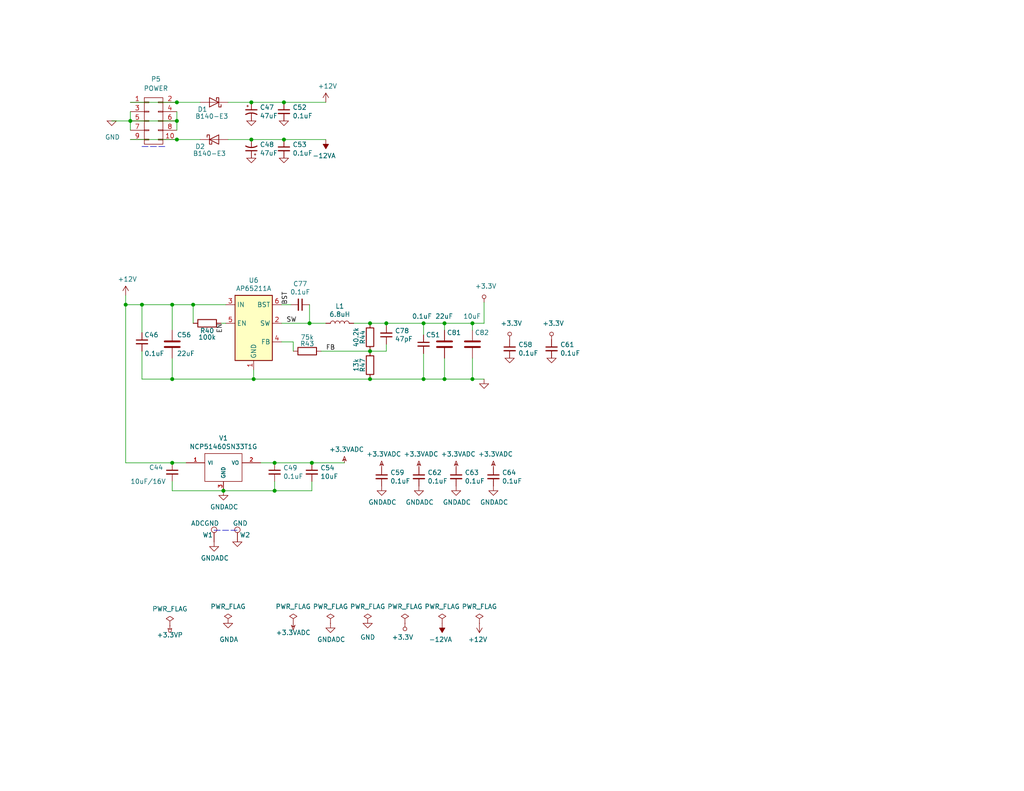
<source format=kicad_sch>
(kicad_sch (version 20210621) (generator eeschema)
  (paper "A")
  (lib_symbols
    (symbol "4ms-ic:ADR_VREF" (pin_names (offset 0.762))
      (property "Reference" "U" (at 3.81 -4.9784 0))
      (property "Value" "4ms-ic_ADR_VREF" (at 0 5.08 0))
      (symbol "ADR_VREF_0_1"
        (rectangle (start -5.08 -3.81) (end 5.08 3.81))
      )
      (symbol "ADR_VREF_1_1"
        (pin input line (at -10.16 1.27 0) (length 5.08) (name "VI") (number "1"))
        (pin power_out line (at 10.16 1.27 180) (length 5.08) (name "VO") (number "2"))
        (pin input line (at 0 -6.35 90) (length 2.54) (name "GND") (number "3"))
      )
    )
    (symbol "4ms-ic:AP65211A"
      (property "Reference" "U" (at -3.81 10.16 0))
      (property "Value" "4ms-ic_AP65211A" (at 2.54 10.16 0))
      (symbol "AP65211A_0_1"
        (rectangle (start -5.08 8.89) (end 5.08 -8.89) (stroke (width 0.254)) (fill (type background)))
      )
      (symbol "AP65211A_1_1"
        (pin power_in line (at 0 -11.43 90) (length 2.54) (name "GND") (number "1"))
        (pin power_out line (at 7.62 1.27 180) (length 2.54) (name "SW") (number "2"))
        (pin power_in line (at -7.62 6.35 0) (length 2.54) (name "IN") (number "3"))
        (pin input line (at 7.62 -3.81 180) (length 2.54) (name "FB") (number "4"))
        (pin input line (at -7.62 1.27 0) (length 2.54) (name "EN") (number "5"))
        (pin output line (at 7.62 6.35 180) (length 2.54) (name "BST") (number "6"))
      )
    )
    (symbol "4ms-passives:C" (pin_numbers hide) (pin_names (offset 0.254))
      (property "Reference" "C" (at 0.635 2.54 0))
      (property "Value" "4ms-passives_C" (at 0.635 -2.54 0))
      (symbol "C_0_1"
        (polyline (pts (xy -2.032 -0.762) (xy 2.032 -0.762)) (stroke (width 0.508)))
        (polyline (pts (xy -2.032 0.762) (xy 2.032 0.762)) (stroke (width 0.508)))
      )
      (symbol "C_1_1"
        (pin passive line (at 0 3.81 270) (length 2.794) (name "~") (number "1"))
        (pin passive line (at 0 -3.81 90) (length 2.794) (name "~") (number "2"))
      )
    )
    (symbol "4ms-passives:C_Small" (pin_numbers hide) (pin_names (offset 0.254) hide)
      (property "Reference" "C" (at 0.254 1.778 0))
      (property "Value" "4ms-passives_C_Small" (at 0.254 -2.032 0))
      (symbol "C_Small_0_1"
        (polyline (pts (xy -1.524 -0.508) (xy 1.524 -0.508)) (stroke (width 0.3302)))
        (polyline (pts (xy -1.524 0.508) (xy 1.524 0.508)) (stroke (width 0.3048)))
      )
      (symbol "C_Small_1_1"
        (pin passive line (at 0 2.54 270) (length 2.032) (name "~") (number "1"))
        (pin passive line (at 0 -2.54 90) (length 2.032) (name "~") (number "2"))
      )
    )
    (symbol "4ms-passives:L" (pin_numbers hide) (pin_names (offset 1.016) hide)
      (property "Reference" "L" (at -1.27 0 90))
      (property "Value" "4ms-passives_L" (at 1.905 0 90))
      (symbol "L_0_1"
        (arc (start 0 -2.54) (mid 0.635 -1.905) (end 0 -1.27))
        (arc (start 0 -1.27) (mid 0.635 -0.635) (end 0 0))
        (arc (start 0 0) (mid 0.635 0.635) (end 0 1.27))
        (arc (start 0 1.27) (mid 0.635 1.905) (end 0 2.54))
      )
      (symbol "L_1_1"
        (pin passive line (at 0 3.81 270) (length 1.27) (name "1") (number "1"))
        (pin passive line (at 0 -3.81 90) (length 1.27) (name "2") (number "2"))
      )
    )
    (symbol "4ms-passives:R" (pin_numbers hide) (pin_names (offset 0))
      (property "Reference" "R" (at 2.032 0 90))
      (property "Value" "4ms-passives_R" (at 0 0 90))
      (symbol "R_0_1"
        (rectangle (start -1.016 -2.54) (end 1.016 2.54) (stroke (width 0.254)))
      )
      (symbol "R_1_1"
        (pin passive line (at 0 3.81 270) (length 1.27) (name "~") (number "1"))
        (pin passive line (at 0 -3.81 90) (length 1.27) (name "~") (number "2"))
      )
    )
    (symbol "TrigSampler-rescue:+12V" (power) (pin_names (offset 0))
      (property "Value" "+12V" (at 0 3.556 0))
      (symbol "+12V_0_1"
        (polyline (pts (xy -0.762 1.27) (xy 0 2.54)))
        (polyline (pts (xy 0 0) (xy 0 2.54)))
        (polyline (pts (xy 0 2.54) (xy 0.762 1.27)))
      )
      (symbol "+12V_1_1"
        (pin power_in line (at 0 0 90) (length 0) hide (name "+12V") (number "1"))
      )
    )
    (symbol "TrigSampler-rescue:+3.3V-RESCUE-TrigSampler" (power) (pin_names (offset 0))
      (property "Value" "+3.3V-RESCUE-TrigSampler" (at 0 2.794 0))
      (symbol "+3.3V-RESCUE-TrigSampler_0_0"
        (pin power_in line (at 0 0 90) (length 0) hide (name "+3.3V") (number "1"))
      )
      (symbol "+3.3V-RESCUE-TrigSampler_0_1"
        (polyline (pts (xy 0 0) (xy 0 1.016) (xy 0 1.016)))
        (circle (center 0 1.524) (radius 0.508))
      )
    )
    (symbol "TrigSampler-rescue:+3.3VADC" (power) (pin_names (offset 0))
      (property "Value" "+3.3VADC" (at 0 2.54 0))
      (symbol "+3.3VADC_0_0"
        (pin power_in line (at 0 0 90) (length 0) hide (name "+3.3VADC") (number "1"))
      )
      (symbol "+3.3VADC_0_1"
        (polyline (pts (xy 0 0) (xy 0 1.016) (xy 0 1.016)))
        (polyline (pts (xy 0 1.016) (xy 0.508 0.508) (xy 0 1.778) (xy -0.508 0.508) (xy 0 1.016) (xy 0 1.016)))
      )
    )
    (symbol "TrigSampler-rescue:+3.3VP" (power) (pin_names (offset 0))
      (property "Value" "+3.3VP" (at 0 2.54 0))
      (symbol "+3.3VP_0_0"
        (pin power_in line (at 0 0 90) (length 0) hide (name "+3.3VP") (number "1"))
      )
      (symbol "+3.3VP_0_1"
        (polyline (pts (xy 0 0) (xy 0 1.016) (xy 0 1.016)))
        (polyline (pts (xy 0.508 0.762) (xy 0 1.016) (xy -0.508 0.762) (xy -0.254 1.778) (xy 0.254 1.778) (xy 0.508 0.762) (xy 0.508 0.762)))
      )
    )
    (symbol "TrigSampler-rescue:-12VA" (power) (pin_names (offset 0))
      (property "Value" "-12VA" (at 0 3.556 0))
      (symbol "-12VA_0_0"
        (pin power_in line (at 0 0 90) (length 0) hide (name "-12VA") (number "1"))
      )
      (symbol "-12VA_0_1"
        (polyline (pts (xy 0 0) (xy 0 1.27) (xy 0.762 1.27) (xy 0 2.54) (xy -0.762 1.27) (xy 0 1.27)) (fill (type outline)))
      )
    )
    (symbol "TrigSampler-rescue:CP1_Small" (pin_numbers hide) (pin_names (offset 0.254) hide)
      (property "Reference" "C" (at 0.254 1.778 0))
      (property "Value" "CP1_Small" (at 0.254 -2.032 0))
      (symbol "CP1_Small_0_1"
        (polyline (pts (xy -1.524 0.508) (xy 1.524 0.508)) (stroke (width 0.3048)))
        (polyline (pts (xy -1.27 1.524) (xy -0.762 1.524)))
        (polyline (pts (xy -1.016 1.27) (xy -1.016 1.778)))
        (arc (start 1.524 -0.762) (mid 0 -0.3734) (end -1.524 -0.762) (stroke (width 0.3048)))
      )
      (symbol "CP1_Small_1_1"
        (pin passive line (at 0 2.54 270) (length 2.032) (name "~") (number "1"))
        (pin passive line (at 0 -2.54 90) (length 2.032) (name "~") (number "2"))
      )
    )
    (symbol "TrigSampler-rescue:C_Small" (pin_numbers hide) (pin_names (offset 0.254) hide)
      (property "Reference" "C" (at 0.254 1.778 0))
      (property "Value" "C_Small" (at 0.254 -2.032 0))
      (symbol "C_Small_0_1"
        (polyline (pts (xy -1.524 -0.508) (xy 1.524 -0.508)) (stroke (width 0.3302)))
        (polyline (pts (xy -1.524 0.508) (xy 1.524 0.508)) (stroke (width 0.3048)))
      )
      (symbol "C_Small_1_1"
        (pin passive line (at 0 2.54 270) (length 2.032) (name "~") (number "1"))
        (pin passive line (at 0 -2.54 90) (length 2.032) (name "~") (number "2"))
      )
    )
    (symbol "TrigSampler-rescue:Conn_02X05" (pin_names (offset 0.0254) hide)
      (property "Reference" "J" (at 0 7.62 0))
      (property "Value" "Conn_02X05" (at 0 -7.62 0))
      (symbol "Conn_02X05_0_1"
        (rectangle (start -2.54 -4.953) (end -1.27 -5.207))
        (rectangle (start -2.54 -2.413) (end -1.27 -2.667))
        (rectangle (start -2.54 0.127) (end -1.27 -0.127))
        (rectangle (start -2.54 2.667) (end -1.27 2.413))
        (rectangle (start -2.54 5.207) (end -1.27 4.953))
        (rectangle (start -2.54 6.35) (end 2.54 -6.35))
        (rectangle (start 1.27 -4.953) (end 2.54 -5.207))
        (rectangle (start 1.27 -2.413) (end 2.54 -2.667))
        (rectangle (start 1.27 0.127) (end 2.54 -0.127))
        (rectangle (start 1.27 2.667) (end 2.54 2.413))
        (rectangle (start 1.27 5.207) (end 2.54 4.953))
      )
      (symbol "Conn_02X05_1_1"
        (pin passive line (at -6.35 5.08 0) (length 3.81) (name "P1") (number "1"))
        (pin passive line (at 6.35 -5.08 180) (length 3.81) (name "P10") (number "10"))
        (pin passive line (at 6.35 5.08 180) (length 3.81) (name "P2") (number "2"))
        (pin passive line (at -6.35 2.54 0) (length 3.81) (name "P3") (number "3"))
        (pin passive line (at 6.35 2.54 180) (length 3.81) (name "P4") (number "4"))
        (pin passive line (at -6.35 0 0) (length 3.81) (name "P5") (number "5"))
        (pin passive line (at 6.35 0 180) (length 3.81) (name "P6") (number "6"))
        (pin passive line (at -6.35 -2.54 0) (length 3.81) (name "P7") (number "7"))
        (pin passive line (at 6.35 -2.54 180) (length 3.81) (name "P8") (number "8"))
        (pin passive line (at -6.35 -5.08 0) (length 3.81) (name "P9") (number "9"))
      )
    )
    (symbol "TrigSampler-rescue:D_Schottky" (pin_numbers hide) (pin_names (offset 1.016) hide)
      (property "Reference" "D" (at 0 2.54 0))
      (property "Value" "D_Schottky" (at 0 -2.54 0))
      (symbol "D_Schottky_0_1"
        (polyline (pts (xy 1.27 0) (xy -1.27 0)))
        (polyline (pts (xy 1.27 1.27) (xy 1.27 -1.27) (xy -1.27 0) (xy 1.27 1.27)) (stroke (width 0.2032)))
        (polyline (pts (xy -1.905 0.635) (xy -1.905 1.27) (xy -1.27 1.27) (xy -1.27 -1.27) (xy -0.635 -1.27) (xy -0.635 -0.635)) (stroke (width 0.2032)))
      )
      (symbol "D_Schottky_1_1"
        (pin passive line (at -3.81 0 0) (length 2.54) (name "K") (number "1"))
        (pin passive line (at 3.81 0 180) (length 2.54) (name "A") (number "2"))
      )
    )
    (symbol "TrigSampler-rescue:GND-RESCUE-TrigSampler" (power) (pin_names (offset 0))
      (symbol "GND-RESCUE-TrigSampler_0_1"
        (polyline (pts (xy -1.27 0) (xy 0 -1.27) (xy 1.27 0) (xy -1.27 0)))
      )
      (symbol "GND-RESCUE-TrigSampler_1_1"
        (pin power_in line (at 0 0 90) (length 0) hide (name "GND") (number "1"))
      )
    )
    (symbol "TrigSampler-rescue:GNDA-RESCUE-TrigSampler" (power) (pin_names (offset 0))
      (property "Value" "GNDA-RESCUE-TrigSampler" (at 0 -1.778 0))
      (symbol "GNDA-RESCUE-TrigSampler_0_1"
        (polyline (pts (xy -1.27 0) (xy 0 -1.27) (xy 1.27 0) (xy -1.27 0)))
      )
      (symbol "GNDA-RESCUE-TrigSampler_1_1"
        (pin power_in line (at 0 0 90) (length 0) hide (name "GNDA") (number "1"))
      )
    )
    (symbol "TrigSampler-rescue:GNDADC" (power) (pin_names (offset 0))
      (property "Value" "GNDADC" (at 0 -3.81 0))
      (symbol "GNDADC_0_1"
        (polyline (pts (xy 0 0) (xy 0 -1.27) (xy 1.27 -1.27) (xy 0 -2.54) (xy -1.27 -1.27) (xy 0 -1.27)))
      )
      (symbol "GNDADC_1_1"
        (pin power_in line (at 0 0 270) (length 0) hide (name "GNDADC") (number "1"))
      )
    )
    (symbol "TrigSampler-rescue:PWR_FLAG" (power) (pin_numbers hide) (pin_names (offset 0) hide)
      (property "Value" "PWR_FLAG" (at 0 3.81 0))
      (symbol "PWR_FLAG_0_0"
        (pin power_out line (at 0 0 90) (length 0) (name "pwr") (number "1"))
      )
      (symbol "PWR_FLAG_0_1"
        (polyline (pts (xy 0 0) (xy 0 1.27) (xy -1.016 1.905) (xy 0 2.54) (xy 1.016 1.905) (xy 0 1.27)))
      )
    )
    (symbol "TrigSampler-rescue:TEST_1P" (pin_numbers hide) (pin_names (offset 0.762) hide)
      (property "Reference" "J" (at 0 6.858 0))
      (property "Value" "TEST_1P" (at 0 5.08 0))
      (symbol "TEST_1P_0_1"
        (circle (center 0 3.302) (radius 0.762))
      )
      (symbol "TEST_1P_1_1"
        (pin passive line (at 0 0 90) (length 2.54) (name "1") (number "1"))
      )
    )
    (symbol "power:GND" (power) (pin_names (offset 0))
      (property "Value" "GND" (at 0 -3.81 0))
      (symbol "GND_0_1"
        (polyline (pts (xy 0 0) (xy 0 -1.27) (xy 1.27 -1.27) (xy 0 -2.54) (xy -1.27 -1.27) (xy 0 -1.27)))
      )
      (symbol "GND_1_1"
        (pin power_in line (at 0 0 270) (length 0) hide (name "GND") (number "1"))
      )
    )
  )
  (junction (at 128.905 88.265))
  (junction (at 85.09 126.365))
  (junction (at 48.26 27.94))
  (junction (at 34.29 83.185))
  (junction (at 115.57 88.265))
  (junction (at 60.96 133.985))
  (junction (at 46.99 103.505))
  (junction (at 128.905 103.505))
  (junction (at 77.47 38.1))
  (junction (at 48.26 38.1))
  (junction (at 121.285 103.505))
  (junction (at 100.965 103.505))
  (junction (at 48.26 33.02))
  (junction (at 46.99 126.365))
  (junction (at 68.58 38.1))
  (junction (at 46.99 83.185))
  (junction (at 38.735 83.185))
  (junction (at 77.47 27.94))
  (junction (at 84.455 88.265))
  (junction (at 105.41 88.265))
  (junction (at 121.285 88.265))
  (junction (at 35.56 33.02))
  (junction (at 100.965 88.265))
  (junction (at 74.93 133.985))
  (junction (at 52.705 83.185))
  (junction (at 115.57 103.505))
  (junction (at 68.58 27.94))
  (junction (at 69.215 103.505))
  (junction (at 74.93 126.365))
  (junction (at 100.965 95.885))
  (wire (pts (xy 38.735 83.185) (xy 46.99 83.185)))
  (wire (pts (xy 128.905 97.79) (xy 128.905 103.505)))
  (wire (pts (xy 128.905 88.265) (xy 132.08 88.265)))
  (wire (pts (xy 68.58 27.94) (xy 77.47 27.94)))
  (wire (pts (xy 121.285 88.265) (xy 128.905 88.265)))
  (wire (pts (xy 61.595 88.265) (xy 60.325 88.265)))
  (wire (pts (xy 38.735 103.505) (xy 38.735 95.885)))
  (wire (pts (xy 35.56 27.94) (xy 48.26 27.94)))
  (wire (pts (xy 46.99 83.185) (xy 46.99 90.17)))
  (wire (pts (xy 34.29 83.185) (xy 34.29 126.365)))
  (wire (pts (xy 46.99 103.505) (xy 46.99 97.79)))
  (wire (pts (xy 115.57 91.44) (xy 115.57 88.265)))
  (wire (pts (xy 38.735 90.805) (xy 38.735 83.185)))
  (wire (pts (xy 35.56 33.02) (xy 48.26 33.02)))
  (wire (pts (xy 105.41 88.9) (xy 105.41 88.265)))
  (wire (pts (xy 34.29 126.365) (xy 46.99 126.365)))
  (wire (pts (xy 71.12 126.365) (xy 74.93 126.365)))
  (polyline (pts (xy 58.42 144.78) (xy 64.77 144.78)))
  (wire (pts (xy 128.905 88.265) (xy 128.905 90.17)))
  (wire (pts (xy 69.215 100.965) (xy 69.215 103.505)))
  (wire (pts (xy 60.96 133.985) (xy 74.93 133.985)))
  (wire (pts (xy 85.09 126.365) (xy 93.98 126.365)))
  (wire (pts (xy 128.905 103.505) (xy 132.08 103.505)))
  (wire (pts (xy 34.29 83.185) (xy 38.735 83.185)))
  (wire (pts (xy 62.23 38.1) (xy 68.58 38.1)))
  (wire (pts (xy 115.57 103.505) (xy 121.285 103.505)))
  (wire (pts (xy 46.99 83.185) (xy 52.705 83.185)))
  (wire (pts (xy 35.56 30.48) (xy 35.56 33.02)))
  (wire (pts (xy 105.41 88.265) (xy 115.57 88.265)))
  (wire (pts (xy 35.56 33.02) (xy 35.56 35.56)))
  (wire (pts (xy 46.99 126.365) (xy 50.8 126.365)))
  (wire (pts (xy 121.285 103.505) (xy 128.905 103.505)))
  (wire (pts (xy 35.56 38.1) (xy 48.26 38.1)))
  (wire (pts (xy 77.47 27.94) (xy 88.9 27.94)))
  (wire (pts (xy 30.48 33.02) (xy 35.56 33.02)))
  (wire (pts (xy 74.93 126.365) (xy 85.09 126.365)))
  (wire (pts (xy 52.705 88.265) (xy 52.705 83.185)))
  (wire (pts (xy 80.01 93.345) (xy 76.835 93.345)))
  (wire (pts (xy 62.23 27.94) (xy 68.58 27.94)))
  (wire (pts (xy 52.705 83.185) (xy 61.595 83.185)))
  (wire (pts (xy 80.01 95.885) (xy 80.01 93.345)))
  (wire (pts (xy 48.26 38.1) (xy 54.61 38.1)))
  (wire (pts (xy 100.965 88.265) (xy 105.41 88.265)))
  (wire (pts (xy 74.93 133.985) (xy 74.93 131.445)))
  (wire (pts (xy 84.455 88.265) (xy 84.455 83.185)))
  (wire (pts (xy 34.29 80.645) (xy 34.29 83.185)))
  (wire (pts (xy 96.52 88.265) (xy 100.965 88.265)))
  (wire (pts (xy 48.26 33.02) (xy 48.26 35.56)))
  (wire (pts (xy 115.57 96.52) (xy 115.57 103.505)))
  (wire (pts (xy 46.99 103.505) (xy 69.215 103.505)))
  (wire (pts (xy 100.965 95.885) (xy 105.41 95.885)))
  (wire (pts (xy 84.455 88.265) (xy 88.9 88.265)))
  (wire (pts (xy 46.99 103.505) (xy 38.735 103.505)))
  (wire (pts (xy 48.26 30.48) (xy 48.26 33.02)))
  (wire (pts (xy 132.08 82.55) (xy 132.08 88.265)))
  (wire (pts (xy 121.285 88.265) (xy 121.285 90.17)))
  (wire (pts (xy 69.215 103.505) (xy 100.965 103.505)))
  (wire (pts (xy 48.26 27.94) (xy 54.61 27.94)))
  (wire (pts (xy 105.41 93.98) (xy 105.41 95.885)))
  (wire (pts (xy 46.99 131.445) (xy 46.99 133.985)))
  (wire (pts (xy 87.63 95.885) (xy 100.965 95.885)))
  (wire (pts (xy 46.99 133.985) (xy 60.96 133.985)))
  (wire (pts (xy 76.835 88.265) (xy 84.455 88.265)))
  (polyline (pts (xy 38.735 40.005) (xy 45.085 40.005)))
  (wire (pts (xy 77.47 38.1) (xy 88.9 38.1)))
  (wire (pts (xy 74.93 133.985) (xy 85.09 133.985)))
  (wire (pts (xy 100.965 103.505) (xy 115.57 103.505)))
  (wire (pts (xy 76.835 83.185) (xy 79.375 83.185)))
  (wire (pts (xy 115.57 88.265) (xy 121.285 88.265)))
  (wire (pts (xy 68.58 38.1) (xy 77.47 38.1)))
  (wire (pts (xy 85.09 133.985) (xy 85.09 131.445)))
  (wire (pts (xy 121.285 97.79) (xy 121.285 103.505)))
  (label "FB" (at 88.9 95.885 0))
  (label "BST" (at 78.74 83.185 90))
  (label "EN" (at 60.96 88.265 270))
  (label "SW" (at 78.105 88.265 0))
  (symbol (lib_id "TrigSampler-rescue:D_Schottky") (at 58.42 38.1 0) (unit 1)
    (property "Reference" "D2" (at 54.61 40.005 0))
    (property "Value" "B140-E3" (at 57.15 41.91 0))
    (property "Footprint" "4ms-footprints:SMA_Standard" (effects hide))
  )
  (symbol (lib_id "TrigSampler-rescue:D_Schottky") (at 58.42 27.94 180) (unit 1)
    (property "Reference" "D1" (at 55.245 29.845 0))
    (property "Value" "B140-E3" (at 57.785 31.75 0))
    (property "Footprint" "4ms-footprints:SMA_Standard" (effects hide))
  )
  (symbol (lib_id "TrigSampler-rescue:GND-RESCUE-TrigSampler") (at 30.48 33.02 0) (unit 1)
    (property "Reference" "#PWR063" (effects hide))
    (property "Value" "GND" (at 30.6832 37.4396 0))
  )
  (symbol (lib_id "TrigSampler-rescue:CP1_Small") (at 68.58 30.48 0) (unit 1)
    (property "Reference" "C47" (at 70.8914 29.3116 0) (effects (justify left)))
    (property "Value" "47uF" (at 70.8914 31.6484 0) (effects (justify left)))
    (property "Footprint" "Capacitors_SMD:c_elec_5x5.3" (effects hide))
  )
  (symbol (lib_id "TrigSampler-rescue:CP1_Small") (at 68.58 40.64 180) (unit 1)
    (property "Reference" "C48" (at 70.8914 39.4716 0) (effects (justify right)))
    (property "Value" "47uF" (at 70.8914 41.8084 0) (effects (justify right)))
    (property "Footprint" "Capacitors_SMD:c_elec_5x5.3" (effects hide))
  )
  (symbol (lib_id "TrigSampler-rescue:GND-RESCUE-TrigSampler") (at 68.58 43.18 0) (unit 1)
    (property "Reference" "#PWR064" (effects hide))
    (property "Value" "GND" (effects hide))
  )
  (symbol (lib_id "TrigSampler-rescue:GND-RESCUE-TrigSampler") (at 68.58 33.02 0) (unit 1)
    (property "Reference" "#PWR065" (effects hide))
    (property "Value" "GND" (effects hide))
  )
  (symbol (lib_id "TrigSampler-rescue:+12V") (at 88.9 27.94 0) (unit 1)
    (property "Reference" "#PWR066" (effects hide))
    (property "Value" "+12V" (at 89.3572 23.5204 0))
  )
  (symbol (lib_id "TrigSampler-rescue:-12VA") (at 88.9 38.1 180) (unit 1)
    (property "Reference" "#PWR067" (effects hide))
    (property "Value" "-12VA" (at 88.4428 42.5196 0))
  )
  (symbol (lib_id "TrigSampler-rescue:C_Small") (at 77.47 30.48 0) (unit 1)
    (property "Reference" "C52" (at 79.8068 29.3116 0) (effects (justify left)))
    (property "Value" "0.1uF" (at 79.8068 31.6484 0) (effects (justify left)))
    (property "Footprint" "4ms-footprints:C0603" (effects hide))
  )
  (symbol (lib_id "TrigSampler-rescue:C_Small") (at 77.47 40.64 0) (unit 1)
    (property "Reference" "C53" (at 79.8068 39.4716 0) (effects (justify left)))
    (property "Value" "0.1uF" (at 79.8068 41.8084 0) (effects (justify left)))
    (property "Footprint" "4ms-footprints:C0603" (effects hide))
  )
  (symbol (lib_id "TrigSampler-rescue:GND-RESCUE-TrigSampler") (at 77.47 43.18 0) (unit 1)
    (property "Reference" "#PWR068" (effects hide))
    (property "Value" "GND" (effects hide))
  )
  (symbol (lib_id "TrigSampler-rescue:GND-RESCUE-TrigSampler") (at 77.47 33.02 0) (unit 1)
    (property "Reference" "#PWR069" (effects hide))
    (property "Value" "GND" (effects hide))
  )
  (symbol (lib_id "TrigSampler-rescue:C_Small") (at 38.735 93.345 0) (unit 1)
    (property "Reference" "C46" (at 39.37 91.44 0) (effects (justify left)))
    (property "Value" "0.1uF" (at 39.37 96.52 0) (effects (justify left)))
    (property "Footprint" "4ms-footprints:C0603" (effects hide))
  )
  (symbol (lib_id "TrigSampler-rescue:C_Small") (at 115.57 93.98 0) (unit 1)
    (property "Reference" "C51" (at 116.205 91.44 0) (effects (justify left)))
    (property "Value" "0.1uF" (at 112.395 86.36 0) (effects (justify left)))
    (property "Footprint" "4ms-footprints:C0603" (effects hide))
  )
  (symbol (lib_id "TrigSampler-rescue:+3.3V-RESCUE-TrigSampler") (at 132.08 82.55 0) (unit 1)
    (property "Reference" "#PWR073" (effects hide))
    (property "Value" "+3.3V" (at 132.5372 78.1304 0))
  )
  (symbol (lib_id "TrigSampler-rescue:C_Small") (at 46.99 128.905 0) (unit 1)
    (property "Reference" "C44" (at 40.64 127.635 0) (effects (justify left)))
    (property "Value" "10uF/16V" (at 35.56 131.445 0) (effects (justify left)))
    (property "Footprint" "4ms-footprints:C0805" (effects hide))
  )
  (symbol (lib_id "4ms-ic:ADR_VREF") (at 60.96 127.635 0) (unit 1)
    (property "Reference" "V1" (at 60.96 119.6086 0))
    (property "Value" "NCP51460SN33T1G" (at 60.96 121.9454 0))
    (property "Footprint" "4ms_Package_SOT:SOT23-3_PO132" (effects hide))
  )
  (symbol (lib_id "TrigSampler-rescue:C_Small") (at 74.93 128.905 0) (unit 1)
    (property "Reference" "C49" (at 77.2668 127.7366 0) (effects (justify left)))
    (property "Value" "0.1uF" (at 77.2668 130.0734 0) (effects (justify left)))
    (property "Footprint" "4ms-footprints:C0603" (effects hide))
  )
  (symbol (lib_id "TrigSampler-rescue:C_Small") (at 85.09 128.905 0) (unit 1)
    (property "Reference" "C54" (at 87.4014 127.7366 0) (effects (justify left)))
    (property "Value" "10uF" (at 87.4014 130.0734 0) (effects (justify left)))
    (property "Footprint" "4ms-footprints:C0603" (effects hide))
  )
  (symbol (lib_id "TrigSampler-rescue:+3.3VADC") (at 93.98 126.365 0) (unit 1)
    (property "Reference" "#PWR075" (effects hide))
    (property "Value" "+3.3VADC" (at 94.5642 122.7074 0))
  )
  (symbol (lib_id "TrigSampler-rescue:C_Small") (at 104.14 130.175 0) (unit 1)
    (property "Reference" "C59" (at 106.4768 129.0066 0) (effects (justify left)))
    (property "Value" "0.1uF" (at 106.4768 131.3434 0) (effects (justify left)))
    (property "Footprint" "4ms-footprints:C0603" (effects hide))
  )
  (symbol (lib_id "TrigSampler-rescue:C_Small") (at 114.3 130.175 0) (unit 1)
    (property "Reference" "C62" (at 116.6368 129.0066 0) (effects (justify left)))
    (property "Value" "0.1uF" (at 116.6368 131.3434 0) (effects (justify left)))
    (property "Footprint" "4ms-footprints:C0603" (effects hide))
  )
  (symbol (lib_id "TrigSampler-rescue:C_Small") (at 124.46 130.175 0) (unit 1)
    (property "Reference" "C63" (at 126.7968 129.0066 0) (effects (justify left)))
    (property "Value" "0.1uF" (at 126.7968 131.3434 0) (effects (justify left)))
    (property "Footprint" "4ms-footprints:C0603" (effects hide))
  )
  (symbol (lib_id "TrigSampler-rescue:C_Small") (at 134.62 130.175 0) (unit 1)
    (property "Reference" "C64" (at 136.9568 129.0066 0) (effects (justify left)))
    (property "Value" "0.1uF" (at 136.9568 131.3434 0) (effects (justify left)))
    (property "Footprint" "4ms-footprints:C0603" (effects hide))
  )
  (symbol (lib_id "TrigSampler-rescue:+3.3VADC") (at 104.14 127.635 0) (unit 1)
    (property "Reference" "#PWR076" (effects hide))
    (property "Value" "+3.3VADC" (at 104.7242 123.9774 0))
  )
  (symbol (lib_id "TrigSampler-rescue:+3.3VADC") (at 114.3 127.635 0) (unit 1)
    (property "Reference" "#PWR077" (effects hide))
    (property "Value" "+3.3VADC" (at 114.8842 123.9774 0))
  )
  (symbol (lib_id "TrigSampler-rescue:+3.3VADC") (at 124.46 127.635 0) (unit 1)
    (property "Reference" "#PWR078" (effects hide))
    (property "Value" "+3.3VADC" (at 125.0442 123.9774 0))
  )
  (symbol (lib_id "TrigSampler-rescue:+3.3VADC") (at 134.62 127.635 0) (unit 1)
    (property "Reference" "#PWR079" (effects hide))
    (property "Value" "+3.3VADC" (at 135.2042 123.9774 0))
  )
  (symbol (lib_id "TrigSampler-rescue:C_Small") (at 139.065 95.25 0) (unit 1)
    (property "Reference" "C58" (at 141.4018 94.0816 0) (effects (justify left)))
    (property "Value" "0.1uF" (at 141.4018 96.4184 0) (effects (justify left)))
    (property "Footprint" "4ms-footprints:C0603" (effects hide))
  )
  (symbol (lib_id "TrigSampler-rescue:GND-RESCUE-TrigSampler") (at 139.065 97.79 0) (unit 1)
    (property "Reference" "#PWR080" (effects hide))
    (property "Value" "GND" (effects hide))
  )
  (symbol (lib_id "TrigSampler-rescue:+3.3V-RESCUE-TrigSampler") (at 139.065 92.71 0) (unit 1)
    (property "Reference" "#PWR081" (effects hide))
    (property "Value" "+3.3V" (at 139.5222 88.2904 0))
  )
  (symbol (lib_id "TrigSampler-rescue:C_Small") (at 150.495 95.25 0) (unit 1)
    (property "Reference" "C61" (at 152.8318 94.0816 0) (effects (justify left)))
    (property "Value" "0.1uF" (at 152.8318 96.4184 0) (effects (justify left)))
    (property "Footprint" "4ms-footprints:C0603" (effects hide))
  )
  (symbol (lib_id "TrigSampler-rescue:GND-RESCUE-TrigSampler") (at 150.495 97.79 0) (unit 1)
    (property "Reference" "#PWR082" (effects hide))
    (property "Value" "GND" (effects hide))
  )
  (symbol (lib_id "TrigSampler-rescue:+3.3V-RESCUE-TrigSampler") (at 150.495 92.71 0) (unit 1)
    (property "Reference" "#PWR083" (effects hide))
    (property "Value" "+3.3V" (at 150.9522 88.2904 0))
  )
  (symbol (lib_id "TrigSampler-rescue:GND-RESCUE-TrigSampler") (at 64.77 147.955 0) (unit 1)
    (property "Reference" "#PWR084" (effects hide))
    (property "Value" "GND" (effects hide))
  )
  (symbol (lib_id "TrigSampler-rescue:TEST_1P") (at 58.42 147.955 0) (unit 1)
    (property "Reference" "W1" (at 55.245 146.05 0) (effects (justify left)))
    (property "Value" "ADCGND" (at 52.07 142.875 0) (effects (justify left)))
    (property "Footprint" "4ms-footprints:PAD-06" (effects hide))
  )
  (symbol (lib_id "TrigSampler-rescue:TEST_1P") (at 64.77 147.955 0) (unit 1)
    (property "Reference" "W2" (at 65.405 146.05 0) (effects (justify left)))
    (property "Value" "GND" (at 63.5 142.875 0) (effects (justify left)))
    (property "Footprint" "4ms-footprints:PAD-06" (effects hide))
  )
  (symbol (lib_id "TrigSampler-rescue:GNDADC") (at 60.96 133.985 0) (unit 1)
    (property "Reference" "#PWR085" (effects hide))
    (property "Value" "GNDADC" (at 61.1632 138.4046 0))
  )
  (symbol (lib_id "TrigSampler-rescue:GNDADC") (at 58.42 147.955 0) (unit 1)
    (property "Reference" "#PWR086" (effects hide))
    (property "Value" "GNDADC" (at 58.6232 152.3746 0))
  )
  (symbol (lib_id "TrigSampler-rescue:GNDADC") (at 104.14 132.715 0) (unit 1)
    (property "Reference" "#PWR087" (effects hide))
    (property "Value" "GNDADC" (at 104.3432 137.1346 0))
  )
  (symbol (lib_id "TrigSampler-rescue:GNDADC") (at 114.3 132.715 0) (unit 1)
    (property "Reference" "#PWR088" (effects hide))
    (property "Value" "GNDADC" (at 114.5032 137.1346 0))
  )
  (symbol (lib_id "TrigSampler-rescue:GNDADC") (at 124.46 132.715 0) (unit 1)
    (property "Reference" "#PWR089" (effects hide))
    (property "Value" "GNDADC" (at 124.6632 137.1346 0))
  )
  (symbol (lib_id "TrigSampler-rescue:GNDADC") (at 134.62 132.715 0) (unit 1)
    (property "Reference" "#PWR090" (effects hide))
    (property "Value" "GNDADC" (at 134.8232 137.1346 0))
  )
  (symbol (lib_id "TrigSampler-rescue:PWR_FLAG") (at 80.01 170.18 0) (unit 1)
    (property "Reference" "#FLG091" (effects hide))
    (property "Value" "PWR_FLAG" (at 80.01 165.608 0))
  )
  (symbol (lib_id "TrigSampler-rescue:+3.3VADC") (at 80.01 170.18 180) (unit 1)
    (property "Reference" "#PWR092" (effects hide))
    (property "Value" "+3.3VADC" (at 80.01 172.72 0))
  )
  (symbol (lib_id "TrigSampler-rescue:PWR_FLAG") (at 100.33 170.18 0) (unit 1)
    (property "Reference" "#FLG093" (effects hide))
    (property "Value" "PWR_FLAG" (at 100.33 165.608 0))
  )
  (symbol (lib_id "TrigSampler-rescue:PWR_FLAG") (at 110.49 170.18 0) (unit 1)
    (property "Reference" "#FLG094" (effects hide))
    (property "Value" "PWR_FLAG" (at 110.49 165.608 0))
  )
  (symbol (lib_id "TrigSampler-rescue:+3.3V-RESCUE-TrigSampler") (at 110.49 170.18 180) (unit 1)
    (property "Reference" "#PWR095" (effects hide))
    (property "Value" "+3.3V" (at 109.855 173.99 0))
  )
  (symbol (lib_id "TrigSampler-rescue:PWR_FLAG") (at 90.17 170.18 0) (unit 1)
    (property "Reference" "#FLG096" (effects hide))
    (property "Value" "PWR_FLAG" (at 90.17 165.608 0))
  )
  (symbol (lib_id "TrigSampler-rescue:GND-RESCUE-TrigSampler") (at 100.33 170.18 0) (unit 1)
    (property "Reference" "#PWR097" (effects hide))
    (property "Value" "GND" (at 100.33 173.99 0))
  )
  (symbol (lib_id "TrigSampler-rescue:GNDADC") (at 90.17 170.18 0) (unit 1)
    (property "Reference" "#PWR098" (effects hide))
    (property "Value" "GNDADC" (at 90.3732 174.5996 0))
  )
  (symbol (lib_id "TrigSampler-rescue:-12VA") (at 120.65 170.18 180) (unit 1)
    (property "Reference" "#PWR099" (effects hide))
    (property "Value" "-12VA" (at 120.1928 174.5996 0))
  )
  (symbol (lib_id "TrigSampler-rescue:+12V") (at 130.81 170.18 180) (unit 1)
    (property "Reference" "#PWR0100" (effects hide))
    (property "Value" "+12V" (at 130.3528 174.5996 0))
  )
  (symbol (lib_id "TrigSampler-rescue:PWR_FLAG") (at 120.65 170.18 0) (unit 1)
    (property "Reference" "#FLG0101" (effects hide))
    (property "Value" "PWR_FLAG" (at 120.65 165.608 0))
  )
  (symbol (lib_id "TrigSampler-rescue:PWR_FLAG") (at 130.81 170.18 0) (unit 1)
    (property "Reference" "#FLG0102" (effects hide))
    (property "Value" "PWR_FLAG" (at 130.81 165.608 0))
  )
  (symbol (lib_id "TrigSampler-rescue:GNDA-RESCUE-TrigSampler") (at 62.23 170.18 0) (unit 1)
    (property "Reference" "#PWR0103" (effects hide))
    (property "Value" "GNDA" (at 62.4332 174.5996 0))
  )
  (symbol (lib_id "TrigSampler-rescue:PWR_FLAG") (at 62.23 170.18 0) (unit 1)
    (property "Reference" "#FLG0104" (effects hide))
    (property "Value" "PWR_FLAG" (at 62.23 165.608 0))
  )
  (symbol (lib_id "TrigSampler-rescue:+12V") (at 34.29 80.645 0) (unit 1)
    (property "Reference" "#PWR0105" (effects hide))
    (property "Value" "+12V" (at 34.7472 76.2254 0))
  )
  (symbol (lib_id "TrigSampler-rescue:PWR_FLAG") (at 46.355 170.815 0) (unit 1)
    (property "Reference" "#FLG0106" (effects hide))
    (property "Value" "PWR_FLAG" (at 46.355 166.243 0))
  )
  (symbol (lib_id "TrigSampler-rescue:+3.3VP") (at 46.355 170.815 180) (unit 1)
    (property "Reference" "#PWR0107" (effects hide))
    (property "Value" "+3.3VP" (at 46.355 173.355 0))
  )
  (symbol (lib_id "TrigSampler-rescue:Conn_02X05") (at 41.91 33.02 0) (unit 1)
    (property "Reference" "P5" (at 42.545 21.59 0))
    (property "Value" "POWER" (at 42.545 24.13 0))
    (property "Footprint" "4ms-footprints:Header_2x05_Pitch2.54mm_TH_-12v_Label" (effects hide))
  )
  (symbol (lib_id "power:GND") (at 132.08 103.505 0) (unit 1)
    (property "Reference" "#PWR070" (effects hide))
    (property "Value" "GND" (effects hide))
  )
  (symbol (lib_id "4ms-passives:C") (at 46.99 93.98 0) (unit 1)
    (property "Reference" "C56" (at 48.26 91.44 0) (effects (justify left)))
    (property "Value" "22uF" (at 48.26 96.52 0) (effects (justify left)))
    (property "Footprint" "4ms_Capacitor:C_1206" (effects hide))
    (property "Manufacturer" "Taiyo Yuden" (effects hide))
    (property "Part number" "TMK316BBJ226ML-T" (effects hide))
    (property "Specifications" "Min. 16V, 20%, X5R or X7S or similar, MLCC" (effects hide))
  )
  (symbol (lib_id "4ms-ic:AP65211A") (at 69.215 89.535 0) (unit 1)
    (property "Reference" "U6" (at 69.215 76.5302 0))
    (property "Value" "AP65211A" (at 69.215 78.7654 0))
    (property "Footprint" "4ms_Package_SOT:TSOT-23-6" (effects hide))
    (property "Datasheet" "https://www.diodes.com/assets/Datasheets/AP65111A.pdf" (effects hide))
    (property "Manufacturer" "Diodes Inc" (effects hide))
  )
  (symbol (lib_id "4ms-passives:R") (at 56.515 88.265 270) (unit 1)
    (property "Reference" "R40" (at 56.515 90.297 90))
    (property "Value" "100k" (at 56.515 92.075 90))
    (property "Footprint" "4ms_Resistor:R_0603" (effects hide))
  )
  (symbol (lib_id "4ms-passives:C_Small") (at 81.915 83.185 270) (unit 1)
    (property "Reference" "C77" (at 81.915 77.4954 90))
    (property "Value" "0.1uF" (at 81.915 79.7306 90))
    (property "Footprint" "4ms_Capacitor:C_0603" (effects hide))
    (property "Specifications" "Min 25V" (effects hide))
  )
  (symbol (lib_id "4ms-passives:L") (at 92.71 88.265 90) (unit 1)
    (property "Reference" "L1" (at 92.71 83.5914 90))
    (property "Value" "6.8uH" (at 92.71 85.8266 90))
    (property "Footprint" "Inductor_SMD:L_Taiyo-Yuden_NR-40xx" (effects hide))
    (property "Manufacturer" "Taiyo Yuden" (effects hide))
    (property "Part number" "NRS4018T6R8MDGJ" (effects hide))
    (property "Specifications" "Isat>625mA, Idc>600mA, Rdc<=100mOhms, shielded" (effects hide))
  )
  (symbol (lib_id "4ms-passives:R") (at 100.965 92.075 180) (unit 1)
    (property "Reference" "R44" (at 98.933 92.075 90))
    (property "Value" "40.2k" (at 97.155 92.075 90))
    (property "Footprint" "4ms_Resistor:R_0603" (effects hide))
  )
  (symbol (lib_id "4ms-passives:R") (at 100.965 99.695 180) (unit 1)
    (property "Reference" "R47" (at 98.933 99.695 90))
    (property "Value" "13k" (at 97.155 99.695 90))
    (property "Footprint" "4ms_Resistor:R_0603" (effects hide))
  )
  (symbol (lib_id "4ms-passives:R") (at 83.82 95.885 90) (unit 1)
    (property "Reference" "R43" (at 83.82 93.853 90))
    (property "Value" "75k" (at 83.82 92.075 90))
    (property "Footprint" "4ms_Resistor:R_0603" (effects hide))
  )
  (symbol (lib_id "4ms-passives:C") (at 121.285 93.98 0) (unit 1)
    (property "Reference" "C81" (at 121.92 90.805 0) (effects (justify left)))
    (property "Value" "22uF" (at 118.745 86.36 0) (effects (justify left)))
    (property "Footprint" "4ms_Capacitor:C_0805" (effects hide))
    (property "Manufacturer" "Taiyo Yuden" (effects hide))
    (property "Part number" "JMK212ABJ226MD-T" (effects hide))
    (property "Specifications" "Min 6.3V, MLCC, X5R X7S or similar" (effects hide))
  )
  (symbol (lib_id "4ms-passives:C_Small") (at 105.41 91.44 180) (unit 1)
    (property "Reference" "C78" (at 107.7468 90.3224 0) (effects (justify right)))
    (property "Value" "47pF" (at 107.7468 92.5576 0) (effects (justify right)))
    (property "Footprint" "4ms_Capacitor:C_0603" (effects hide))
    (property "Part number" "885012005078" (effects hide))
    (property "Manufacturer" "Wurth" (effects hide))
  )
  (symbol (lib_id "4ms-passives:C") (at 128.905 93.98 0) (unit 1)
    (property "Reference" "C82" (at 129.54 90.805 0) (effects (justify left)))
    (property "Value" "10uF" (at 126.365 86.36 0) (effects (justify left)))
    (property "Footprint" "4ms_Capacitor:C_0603" (effects hide))
    (property "Specifications" "Min 6.3V, MLCC, X5R X7S or similar" (effects hide))
  )
)
</source>
